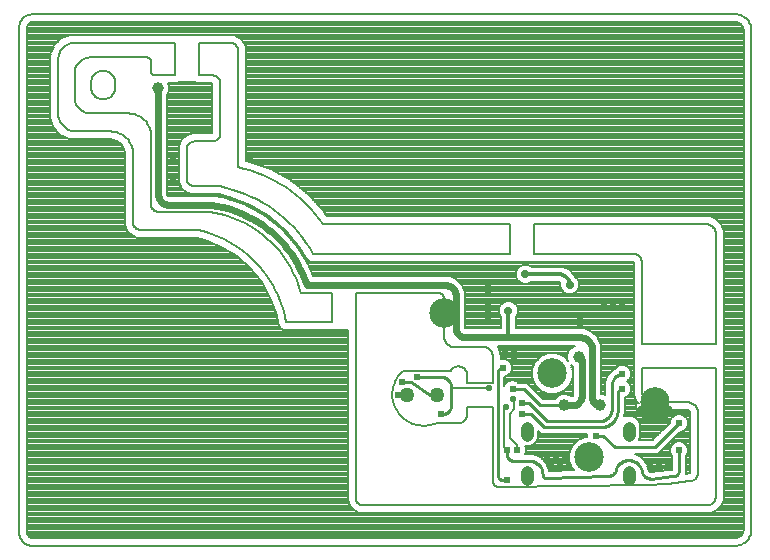
<source format=gbl>
G75*
G70*
%OFA0B0*%
%FSLAX24Y24*%
%IPPOS*%
%LPD*%
%AMOC8*
5,1,8,0,0,1.08239X$1,22.5*
%
%ADD10C,0.0050*%
%ADD11C,0.0004*%
%ADD12C,0.0433*%
%ADD13C,0.0500*%
%ADD14C,0.0984*%
%ADD15C,0.0080*%
%ADD16C,0.0240*%
%ADD17C,0.0400*%
%ADD18C,0.0100*%
%ADD19C,0.0220*%
%ADD20C,0.0390*%
%ADD21C,0.0240*%
%ADD22C,0.0280*%
%ADD23C,0.0140*%
D10*
X000929Y000534D02*
X024328Y000534D01*
X024327Y000533D02*
X024374Y000530D01*
X024420Y000531D01*
X024466Y000536D01*
X024512Y000544D01*
X024556Y000557D01*
X024600Y000573D01*
X024642Y000592D01*
X024682Y000615D01*
X024720Y000641D01*
X024756Y000671D01*
X024790Y000703D01*
X024821Y000737D01*
X024848Y000775D01*
X024873Y000814D01*
X024894Y000855D01*
X024912Y000898D01*
X024926Y000942D01*
X024936Y000987D01*
X024943Y001033D01*
X024943Y001034D02*
X024943Y017752D01*
X024943Y017753D02*
X024936Y017798D01*
X024926Y017844D01*
X024911Y017888D01*
X024894Y017930D01*
X024872Y017971D01*
X024848Y018011D01*
X024820Y018048D01*
X024789Y018082D01*
X024756Y018114D01*
X024720Y018143D01*
X024682Y018170D01*
X024641Y018192D01*
X024599Y018212D01*
X024556Y018228D01*
X024511Y018240D01*
X024466Y018248D01*
X024420Y018253D01*
X024374Y018254D01*
X024327Y018251D01*
X024328Y018250D02*
X000929Y018250D01*
X000930Y018250D02*
X000889Y018243D01*
X000849Y018233D01*
X000809Y018219D01*
X000772Y018201D01*
X000736Y018180D01*
X000702Y018156D01*
X000671Y018129D01*
X000642Y018099D01*
X000616Y018066D01*
X000593Y018032D01*
X000574Y017995D01*
X000558Y017956D01*
X000546Y017917D01*
X000537Y017876D01*
X000532Y017835D01*
X000531Y017793D01*
X000534Y017752D01*
X000534Y001034D01*
X000531Y000993D01*
X000532Y000951D01*
X000537Y000910D01*
X000545Y000869D01*
X000558Y000829D01*
X000574Y000791D01*
X000593Y000754D01*
X000616Y000719D01*
X000642Y000686D01*
X000670Y000656D01*
X000702Y000629D01*
X000736Y000604D01*
X000772Y000583D01*
X000809Y000565D01*
X000848Y000551D01*
X000889Y000541D01*
X000930Y000534D01*
X009437Y007981D02*
X009399Y008165D01*
X009352Y008348D01*
X009296Y008528D01*
X009232Y008705D01*
X009159Y008878D01*
X009077Y009048D01*
X008988Y009214D01*
X008890Y009375D01*
X008785Y009532D01*
X008672Y009683D01*
X008552Y009828D01*
X008425Y009967D01*
X008291Y010100D01*
X008151Y010226D01*
X008005Y010345D01*
X007854Y010457D01*
X007697Y010562D01*
X007535Y010659D01*
X007369Y010747D01*
X007199Y010828D01*
X007025Y010900D01*
X006847Y010964D01*
X006667Y011019D01*
X006484Y011065D01*
X004578Y011065D01*
X004548Y011067D01*
X004518Y011072D01*
X004489Y011081D01*
X004462Y011094D01*
X004436Y011109D01*
X004412Y011128D01*
X004391Y011149D01*
X004372Y011173D01*
X004357Y011199D01*
X004344Y011226D01*
X004335Y011255D01*
X004330Y011285D01*
X004328Y011315D01*
X004328Y013595D01*
X004326Y013649D01*
X004320Y013702D01*
X004311Y013754D01*
X004298Y013806D01*
X004281Y013857D01*
X004260Y013907D01*
X004236Y013954D01*
X004209Y014000D01*
X004178Y014044D01*
X004145Y014086D01*
X004108Y014125D01*
X004069Y014162D01*
X004027Y014195D01*
X003983Y014226D01*
X003937Y014253D01*
X003890Y014277D01*
X003840Y014298D01*
X003789Y014315D01*
X003737Y014328D01*
X003685Y014337D01*
X003632Y014343D01*
X003578Y014345D01*
X002387Y014345D01*
X002341Y014350D01*
X002296Y014359D01*
X002251Y014371D01*
X002207Y014386D01*
X002165Y014405D01*
X002124Y014428D01*
X002085Y014453D01*
X002048Y014481D01*
X002014Y014512D01*
X001982Y014546D01*
X001953Y014582D01*
X001927Y014621D01*
X001903Y014661D01*
X001884Y014703D01*
X001867Y014746D01*
X001854Y014791D01*
X001844Y014836D01*
X001838Y014882D01*
X001836Y014928D01*
X001837Y014975D01*
X001837Y016756D01*
X001839Y016801D01*
X001845Y016847D01*
X001854Y016891D01*
X001867Y016935D01*
X001883Y016977D01*
X001903Y017018D01*
X001927Y017057D01*
X001953Y017094D01*
X001982Y017129D01*
X002014Y017161D01*
X002049Y017190D01*
X002086Y017216D01*
X002125Y017240D01*
X002166Y017260D01*
X002208Y017276D01*
X002252Y017289D01*
X002296Y017298D01*
X002342Y017304D01*
X002387Y017306D01*
X005733Y017306D01*
X005733Y016215D01*
X005078Y016215D01*
X005055Y016217D01*
X005032Y016222D01*
X005010Y016231D01*
X004990Y016244D01*
X004972Y016259D01*
X004957Y016277D01*
X004944Y016297D01*
X004935Y016319D01*
X004930Y016342D01*
X004928Y016365D01*
X004928Y016665D01*
X004926Y016688D01*
X004921Y016711D01*
X004912Y016733D01*
X004899Y016753D01*
X004884Y016771D01*
X004866Y016786D01*
X004846Y016799D01*
X004824Y016808D01*
X004801Y016813D01*
X004778Y016815D01*
X002928Y016815D01*
X002883Y016813D01*
X002837Y016807D01*
X002793Y016798D01*
X002749Y016785D01*
X002707Y016769D01*
X002666Y016749D01*
X002627Y016725D01*
X002590Y016699D01*
X002555Y016670D01*
X002523Y016638D01*
X002494Y016603D01*
X002468Y016566D01*
X002444Y016527D01*
X002424Y016486D01*
X002408Y016444D01*
X002395Y016400D01*
X002386Y016356D01*
X002380Y016310D01*
X002378Y016265D01*
X002378Y015495D01*
X002380Y015450D01*
X002386Y015404D01*
X002395Y015360D01*
X002408Y015316D01*
X002424Y015274D01*
X002444Y015233D01*
X002468Y015194D01*
X002494Y015157D01*
X002523Y015122D01*
X002555Y015090D01*
X002590Y015061D01*
X002627Y015035D01*
X002666Y015011D01*
X002707Y014991D01*
X002749Y014975D01*
X002793Y014962D01*
X002837Y014953D01*
X002883Y014947D01*
X002928Y014945D01*
X004178Y014945D01*
X004232Y014943D01*
X004285Y014937D01*
X004337Y014928D01*
X004389Y014915D01*
X004440Y014898D01*
X004490Y014877D01*
X004537Y014853D01*
X004583Y014826D01*
X004627Y014795D01*
X004669Y014762D01*
X004708Y014725D01*
X004745Y014686D01*
X004778Y014644D01*
X004809Y014600D01*
X004836Y014554D01*
X004860Y014507D01*
X004881Y014457D01*
X004898Y014406D01*
X004911Y014354D01*
X004920Y014302D01*
X004926Y014249D01*
X004928Y014195D01*
X004928Y011915D01*
X004930Y011885D01*
X004935Y011855D01*
X004944Y011826D01*
X004957Y011799D01*
X004972Y011773D01*
X004991Y011749D01*
X005012Y011728D01*
X005036Y011709D01*
X005062Y011694D01*
X005089Y011681D01*
X005118Y011672D01*
X005148Y011667D01*
X005178Y011665D01*
X006878Y011665D01*
X007228Y012515D02*
X006378Y012515D01*
X006348Y012517D01*
X006318Y012522D01*
X006289Y012531D01*
X006262Y012544D01*
X006236Y012559D01*
X006212Y012578D01*
X006191Y012599D01*
X006172Y012623D01*
X006157Y012649D01*
X006144Y012676D01*
X006135Y012705D01*
X006130Y012735D01*
X006128Y012765D01*
X006128Y013765D01*
X006130Y013795D01*
X006135Y013825D01*
X006144Y013854D01*
X006157Y013881D01*
X006172Y013907D01*
X006191Y013931D01*
X006212Y013952D01*
X006236Y013971D01*
X006262Y013986D01*
X006289Y013999D01*
X006318Y014008D01*
X006348Y014013D01*
X006378Y014015D01*
X006978Y014015D01*
X007008Y014017D01*
X007038Y014022D01*
X007067Y014031D01*
X007094Y014044D01*
X007120Y014059D01*
X007144Y014078D01*
X007165Y014099D01*
X007184Y014123D01*
X007199Y014149D01*
X007212Y014176D01*
X007221Y014205D01*
X007226Y014235D01*
X007228Y014265D01*
X007228Y015965D01*
X007226Y015995D01*
X007221Y016025D01*
X007212Y016054D01*
X007199Y016081D01*
X007184Y016107D01*
X007165Y016131D01*
X007144Y016152D01*
X007120Y016171D01*
X007094Y016186D01*
X007067Y016199D01*
X007038Y016208D01*
X007008Y016213D01*
X006978Y016215D01*
X006521Y016215D01*
X006521Y017306D01*
X007568Y017306D01*
X007569Y017306D02*
X007599Y017304D01*
X007628Y017299D01*
X007657Y017291D01*
X007684Y017279D01*
X007710Y017263D01*
X007734Y017245D01*
X007755Y017224D01*
X007774Y017201D01*
X007790Y017175D01*
X007802Y017148D01*
X007811Y017119D01*
X007817Y017090D01*
X007819Y017060D01*
X007818Y017060D02*
X007818Y013156D01*
X010657Y011256D02*
X016908Y011256D01*
X016908Y010259D01*
X010328Y010259D01*
X009928Y008965D02*
X010960Y008965D01*
X010960Y007981D01*
X009437Y007981D01*
X011747Y008965D02*
X011747Y002142D01*
X011747Y002141D02*
X011748Y002112D01*
X011752Y002083D01*
X011760Y002054D01*
X011771Y002027D01*
X011786Y002001D01*
X011803Y001977D01*
X011823Y001955D01*
X011846Y001936D01*
X011871Y001920D01*
X011897Y001907D01*
X011925Y001897D01*
X011954Y001891D01*
X011984Y001888D01*
X011983Y001888D02*
X023464Y001888D01*
X023497Y001890D01*
X023530Y001896D01*
X023562Y001905D01*
X023592Y001918D01*
X023621Y001935D01*
X023648Y001954D01*
X023673Y001976D01*
X023695Y002001D01*
X023714Y002028D01*
X023730Y002058D01*
X023742Y002088D01*
X023751Y002120D01*
X023756Y002153D01*
X023758Y002186D01*
X023758Y006464D01*
X021278Y006464D01*
X021278Y005715D01*
X021282Y005676D01*
X021290Y005637D01*
X021301Y005600D01*
X021315Y005563D01*
X021333Y005528D01*
X021355Y005495D01*
X021379Y005464D01*
X021406Y005435D01*
X021435Y005409D01*
X021467Y005386D01*
X021500Y005365D01*
X021536Y005348D01*
X021573Y005334D01*
X021611Y005324D01*
X021649Y005317D01*
X021689Y005314D01*
X021728Y005315D01*
X022828Y005315D01*
X022827Y005316D02*
X022863Y005311D01*
X022899Y005303D01*
X022933Y005291D01*
X022967Y005276D01*
X022998Y005258D01*
X023028Y005237D01*
X023055Y005213D01*
X023080Y005186D01*
X023102Y005157D01*
X023121Y005126D01*
X023137Y005094D01*
X023150Y005059D01*
X023160Y005024D01*
X023166Y004988D01*
X023168Y004952D01*
X023167Y004916D01*
X023167Y004915D02*
X023167Y002977D01*
X023165Y002944D01*
X023160Y002912D01*
X023151Y002880D01*
X023138Y002849D01*
X023122Y002821D01*
X023103Y002794D01*
X023081Y002769D01*
X023056Y002747D01*
X023029Y002728D01*
X023001Y002712D01*
X022970Y002699D01*
X022938Y002690D01*
X022906Y002685D01*
X022873Y002683D01*
X021424Y002565D02*
X016564Y002479D01*
X016534Y002481D01*
X016504Y002486D01*
X016475Y002495D01*
X016448Y002508D01*
X016422Y002523D01*
X016398Y002542D01*
X016377Y002563D01*
X016358Y002587D01*
X016343Y002613D01*
X016330Y002640D01*
X016321Y002669D01*
X016316Y002699D01*
X016314Y002729D01*
X016314Y005167D01*
X015468Y005167D01*
X015468Y004899D01*
X015463Y004867D01*
X015455Y004835D01*
X015443Y004805D01*
X015428Y004776D01*
X015410Y004749D01*
X015389Y004724D01*
X015365Y004701D01*
X015339Y004682D01*
X015311Y004665D01*
X015281Y004652D01*
X015250Y004642D01*
X015218Y004636D01*
X015186Y004633D01*
X015153Y004634D01*
X014444Y004634D01*
X014386Y004609D01*
X014326Y004587D01*
X014265Y004570D01*
X014203Y004556D01*
X014141Y004546D01*
X014078Y004539D01*
X014014Y004537D01*
X013951Y004539D01*
X013887Y004544D01*
X013825Y004553D01*
X013763Y004566D01*
X013701Y004583D01*
X013641Y004604D01*
X013583Y004628D01*
X013526Y004656D01*
X013470Y004687D01*
X013417Y004721D01*
X013366Y004759D01*
X013317Y004800D01*
X013271Y004844D01*
X013228Y004890D01*
X013188Y004939D01*
X013150Y004990D01*
X013116Y005044D01*
X013086Y005099D01*
X013058Y005157D01*
X013035Y005216D01*
X013015Y005276D01*
X012998Y005337D01*
X012986Y005399D01*
X012977Y005462D01*
X012972Y005525D01*
X012971Y005589D01*
X012974Y005652D01*
X012981Y005715D01*
X012991Y005778D01*
X013006Y005840D01*
X013024Y005901D01*
X013046Y005960D01*
X013072Y006018D01*
X013101Y006075D01*
X013133Y006129D01*
X013169Y006182D01*
X013208Y006232D01*
X013249Y006280D01*
X013294Y006325D01*
X013341Y006367D01*
X013342Y006367D02*
X014917Y006367D01*
X014916Y006367D02*
X014935Y006395D01*
X014956Y006421D01*
X014980Y006444D01*
X015007Y006464D01*
X015036Y006481D01*
X015067Y006495D01*
X015099Y006505D01*
X015132Y006511D01*
X015165Y006514D01*
X015199Y006513D01*
X015232Y006508D01*
X015264Y006499D01*
X015296Y006487D01*
X015325Y006471D01*
X015353Y006452D01*
X015378Y006430D01*
X015401Y006406D01*
X015421Y006378D01*
X015437Y006349D01*
X015450Y006318D01*
X015460Y006286D01*
X015466Y006253D01*
X015468Y006220D01*
X015468Y005956D01*
X016314Y005956D01*
X016314Y006881D01*
X016314Y006880D02*
X016310Y006913D01*
X016303Y006944D01*
X016293Y006975D01*
X016279Y007005D01*
X016262Y007032D01*
X016242Y007058D01*
X016219Y007081D01*
X016193Y007101D01*
X016166Y007119D01*
X016137Y007133D01*
X016106Y007144D01*
X016074Y007152D01*
X016042Y007155D01*
X016010Y007156D01*
X016009Y007156D02*
X015014Y007156D01*
X014979Y007160D01*
X014944Y007169D01*
X014910Y007180D01*
X014878Y007195D01*
X014847Y007214D01*
X014819Y007236D01*
X014793Y007260D01*
X014770Y007287D01*
X014749Y007316D01*
X014732Y007348D01*
X014718Y007381D01*
X014708Y007415D01*
X014701Y007450D01*
X014698Y007485D01*
X014699Y007521D01*
X014699Y008765D01*
X014700Y008765D02*
X014697Y008792D01*
X014690Y008819D01*
X014680Y008845D01*
X014666Y008869D01*
X014650Y008891D01*
X014630Y008911D01*
X014609Y008928D01*
X014585Y008942D01*
X014560Y008953D01*
X014533Y008960D01*
X014506Y008964D01*
X014478Y008965D01*
X011747Y008965D01*
X010657Y011256D02*
X010530Y011434D01*
X010394Y011605D01*
X010250Y011770D01*
X010099Y011928D01*
X009940Y012078D01*
X009774Y012221D01*
X009601Y012356D01*
X009422Y012482D01*
X009238Y012599D01*
X009047Y012707D01*
X008852Y012806D01*
X008653Y012896D01*
X008449Y012976D01*
X008242Y013046D01*
X008031Y013106D01*
X007818Y013156D01*
X003728Y015815D02*
X003728Y015965D01*
X003726Y016004D01*
X003720Y016043D01*
X003711Y016081D01*
X003698Y016118D01*
X003681Y016154D01*
X003661Y016187D01*
X003637Y016219D01*
X003611Y016248D01*
X003582Y016274D01*
X003550Y016298D01*
X003517Y016318D01*
X003481Y016335D01*
X003444Y016348D01*
X003406Y016357D01*
X003367Y016363D01*
X003328Y016365D01*
X003289Y016363D01*
X003250Y016357D01*
X003212Y016348D01*
X003175Y016335D01*
X003139Y016318D01*
X003106Y016298D01*
X003074Y016274D01*
X003045Y016248D01*
X003019Y016219D01*
X002995Y016187D01*
X002975Y016154D01*
X002958Y016118D01*
X002945Y016081D01*
X002936Y016043D01*
X002930Y016004D01*
X002928Y015965D01*
X002928Y015815D01*
X002930Y015776D01*
X002936Y015737D01*
X002945Y015699D01*
X002958Y015662D01*
X002975Y015626D01*
X002995Y015593D01*
X003019Y015561D01*
X003045Y015532D01*
X003074Y015506D01*
X003106Y015482D01*
X003139Y015462D01*
X003175Y015445D01*
X003212Y015432D01*
X003250Y015423D01*
X003289Y015417D01*
X003328Y015415D01*
X003367Y015417D01*
X003406Y015423D01*
X003444Y015432D01*
X003481Y015445D01*
X003517Y015462D01*
X003550Y015482D01*
X003582Y015506D01*
X003611Y015532D01*
X003637Y015561D01*
X003661Y015593D01*
X003681Y015626D01*
X003698Y015662D01*
X003711Y015699D01*
X003720Y015737D01*
X003726Y015776D01*
X003728Y015815D01*
X007228Y012515D02*
X007443Y012468D01*
X007655Y012410D01*
X007864Y012342D01*
X008070Y012264D01*
X008271Y012176D01*
X008469Y012079D01*
X008661Y011972D01*
X008847Y011856D01*
X009028Y011730D01*
X009203Y011597D01*
X009371Y011455D01*
X009532Y011305D01*
X009685Y011147D01*
X009831Y010983D01*
X009968Y010811D01*
X010097Y010633D01*
X010217Y010449D01*
X010328Y010259D01*
X009928Y008965D02*
X009877Y009137D01*
X009818Y009307D01*
X009751Y009474D01*
X009675Y009637D01*
X009592Y009797D01*
X009501Y009952D01*
X009403Y010102D01*
X009298Y010248D01*
X009185Y010388D01*
X009066Y010523D01*
X008941Y010652D01*
X008809Y010774D01*
X008671Y010890D01*
X008528Y010999D01*
X008380Y011101D01*
X008227Y011195D01*
X008070Y011282D01*
X007909Y011362D01*
X007744Y011433D01*
X007576Y011496D01*
X007404Y011551D01*
X007231Y011598D01*
X007055Y011636D01*
X006878Y011665D01*
X017695Y011256D02*
X017695Y010259D01*
X021028Y010259D01*
X021058Y010258D01*
X021087Y010253D01*
X021116Y010244D01*
X021143Y010232D01*
X021169Y010217D01*
X021192Y010199D01*
X021214Y010178D01*
X021232Y010155D01*
X021248Y010130D01*
X021261Y010103D01*
X021270Y010074D01*
X021276Y010045D01*
X021278Y010015D01*
X021278Y007252D01*
X023758Y007252D01*
X023758Y010915D01*
X023757Y010916D02*
X023756Y010951D01*
X023751Y010985D01*
X023742Y011019D01*
X023730Y011052D01*
X023715Y011084D01*
X023696Y011114D01*
X023674Y011141D01*
X023650Y011166D01*
X023623Y011189D01*
X023594Y011208D01*
X023563Y011225D01*
X023531Y011238D01*
X023497Y011248D01*
X023462Y011254D01*
X023427Y011256D01*
X023428Y011256D02*
X017695Y011256D01*
X021424Y002565D02*
X022150Y002608D01*
X022873Y002683D01*
D11*
X020956Y002742D02*
X020956Y002986D01*
X020955Y002986D02*
X020953Y003006D01*
X020948Y003025D01*
X020939Y003043D01*
X020927Y003059D01*
X020912Y003072D01*
X020895Y003083D01*
X020877Y003090D01*
X020857Y003094D01*
X020837Y003094D01*
X020817Y003090D01*
X020799Y003083D01*
X020782Y003072D01*
X020767Y003059D01*
X020755Y003043D01*
X020746Y003025D01*
X020741Y003006D01*
X020739Y002986D01*
X020739Y002742D01*
X020741Y002722D01*
X020746Y002703D01*
X020755Y002685D01*
X020767Y002669D01*
X020782Y002656D01*
X020799Y002645D01*
X020817Y002638D01*
X020837Y002634D01*
X020857Y002634D01*
X020877Y002638D01*
X020895Y002645D01*
X020912Y002656D01*
X020927Y002669D01*
X020939Y002685D01*
X020948Y002703D01*
X020953Y002722D01*
X020955Y002742D01*
X020956Y004238D02*
X020956Y004483D01*
X020955Y004483D02*
X020953Y004503D01*
X020948Y004522D01*
X020939Y004540D01*
X020927Y004556D01*
X020912Y004569D01*
X020895Y004580D01*
X020877Y004587D01*
X020857Y004591D01*
X020837Y004591D01*
X020817Y004587D01*
X020799Y004580D01*
X020782Y004569D01*
X020767Y004556D01*
X020755Y004540D01*
X020746Y004522D01*
X020741Y004503D01*
X020739Y004483D01*
X020739Y004238D01*
X020741Y004218D01*
X020746Y004199D01*
X020755Y004181D01*
X020767Y004165D01*
X020782Y004152D01*
X020799Y004141D01*
X020817Y004134D01*
X020837Y004130D01*
X020857Y004130D01*
X020877Y004134D01*
X020895Y004141D01*
X020912Y004152D01*
X020927Y004165D01*
X020939Y004181D01*
X020948Y004199D01*
X020953Y004218D01*
X020955Y004238D01*
X017554Y004238D02*
X017554Y004483D01*
X017552Y004503D01*
X017547Y004522D01*
X017538Y004540D01*
X017526Y004556D01*
X017511Y004569D01*
X017494Y004580D01*
X017476Y004587D01*
X017456Y004591D01*
X017436Y004591D01*
X017416Y004587D01*
X017398Y004580D01*
X017381Y004569D01*
X017366Y004556D01*
X017354Y004540D01*
X017345Y004522D01*
X017340Y004503D01*
X017338Y004483D01*
X017338Y004238D01*
X017340Y004218D01*
X017345Y004199D01*
X017354Y004181D01*
X017366Y004165D01*
X017381Y004152D01*
X017398Y004141D01*
X017416Y004134D01*
X017436Y004130D01*
X017456Y004130D01*
X017476Y004134D01*
X017494Y004141D01*
X017511Y004152D01*
X017526Y004165D01*
X017538Y004181D01*
X017547Y004199D01*
X017552Y004218D01*
X017554Y004238D01*
X017554Y002986D02*
X017554Y002742D01*
X017552Y002722D01*
X017547Y002703D01*
X017538Y002685D01*
X017526Y002669D01*
X017511Y002656D01*
X017494Y002645D01*
X017476Y002638D01*
X017456Y002634D01*
X017436Y002634D01*
X017416Y002638D01*
X017398Y002645D01*
X017381Y002656D01*
X017366Y002669D01*
X017354Y002685D01*
X017345Y002703D01*
X017340Y002722D01*
X017338Y002742D01*
X017338Y002986D01*
X017340Y003006D01*
X017345Y003025D01*
X017354Y003043D01*
X017366Y003059D01*
X017381Y003072D01*
X017398Y003083D01*
X017416Y003090D01*
X017436Y003094D01*
X017456Y003094D01*
X017476Y003090D01*
X017494Y003083D01*
X017511Y003072D01*
X017526Y003059D01*
X017538Y003043D01*
X017547Y003025D01*
X017552Y003006D01*
X017554Y002986D01*
D12*
X017446Y002744D02*
X017446Y002744D01*
X017446Y002980D01*
X017446Y002980D01*
X017446Y002744D01*
X017446Y004241D02*
X017446Y004241D01*
X017446Y004477D01*
X017446Y004477D01*
X017446Y004241D01*
X020847Y004241D02*
X020847Y004241D01*
X020847Y004477D01*
X020847Y004477D01*
X020847Y004241D01*
X020847Y002744D02*
X020847Y002744D01*
X020847Y002980D01*
X020847Y002980D01*
X020847Y002744D01*
D13*
X014468Y005547D03*
X013468Y005547D03*
D14*
X014710Y008279D03*
X018308Y006278D03*
X021725Y005319D03*
X019538Y003495D03*
D15*
X018917Y003752D02*
X017428Y003752D01*
X017428Y003795D02*
X017428Y003676D01*
X017395Y003595D01*
X017663Y003595D01*
X017913Y003492D01*
X017913Y003492D01*
X018104Y003300D01*
X018104Y003300D01*
X018208Y003050D01*
X018208Y003020D01*
X019030Y003052D01*
X018968Y003114D01*
X018866Y003362D01*
X018866Y003629D01*
X018968Y003876D01*
X019157Y004065D01*
X019404Y004167D01*
X019445Y004167D01*
X019445Y004254D01*
X017938Y004254D01*
X017842Y004350D01*
X017842Y004162D01*
X017782Y004016D01*
X017670Y003904D01*
X017525Y003844D01*
X017407Y003844D01*
X017428Y003795D01*
X017413Y003831D02*
X018949Y003831D01*
X019001Y003909D02*
X017675Y003909D01*
X017754Y003988D02*
X019080Y003988D01*
X019160Y004066D02*
X017803Y004066D01*
X017835Y004145D02*
X019350Y004145D01*
X019445Y004223D02*
X017842Y004223D01*
X017842Y004302D02*
X017890Y004302D01*
X017427Y003674D02*
X018884Y003674D01*
X018866Y003595D02*
X017395Y003595D01*
X017128Y003735D02*
X017128Y003885D01*
X016878Y004135D01*
X016878Y004928D01*
X017034Y005084D01*
X017034Y005359D01*
X016978Y005415D01*
X016748Y005165D02*
X016678Y005095D01*
X016678Y003835D01*
X016778Y003735D01*
X017853Y003517D02*
X018866Y003517D01*
X018866Y003438D02*
X017966Y003438D01*
X018045Y003360D02*
X018866Y003360D01*
X018899Y003281D02*
X018112Y003281D01*
X018145Y003203D02*
X018931Y003203D01*
X018964Y003124D02*
X018177Y003124D01*
X018208Y003046D02*
X018868Y003046D01*
X021072Y003585D02*
X021823Y003585D01*
X021958Y003720D01*
X022553Y004315D01*
X022587Y004315D01*
X022698Y004361D01*
X022782Y004445D01*
X022828Y004556D01*
X022828Y004675D01*
X022782Y004785D01*
X022698Y004870D01*
X022587Y004915D01*
X022468Y004915D01*
X022358Y004870D01*
X022273Y004785D01*
X022228Y004675D01*
X022228Y004640D01*
X021633Y004045D01*
X021196Y004045D01*
X021244Y004162D01*
X021244Y004556D01*
X021184Y004701D01*
X021072Y004813D01*
X020926Y004873D01*
X020769Y004873D01*
X020697Y004844D01*
X020707Y004864D01*
X020710Y004934D01*
X020714Y004938D01*
X020714Y005029D01*
X020718Y005119D01*
X020714Y005123D01*
X020714Y005471D01*
X020804Y005508D01*
X020888Y005593D01*
X020934Y005703D01*
X020934Y005822D01*
X020888Y005932D01*
X020808Y006012D01*
X020888Y006093D01*
X020934Y006203D01*
X020934Y006322D01*
X020888Y006432D01*
X020804Y006517D01*
X020693Y006562D01*
X020574Y006562D01*
X020464Y006517D01*
X020379Y006432D01*
X020376Y006423D01*
X020282Y006377D01*
X020123Y006196D01*
X020123Y006196D01*
X020046Y005967D01*
X020054Y005855D01*
X020054Y005557D01*
X019980Y005587D01*
X019934Y005587D01*
X019934Y007223D01*
X019827Y007480D01*
X019827Y007480D01*
X019630Y007677D01*
X021013Y007677D01*
X021013Y007599D02*
X019709Y007599D01*
X019787Y007520D02*
X021013Y007520D01*
X021013Y007442D02*
X019843Y007442D01*
X019876Y007363D02*
X021013Y007363D01*
X021013Y007285D02*
X019908Y007285D01*
X019934Y007206D02*
X021013Y007206D01*
X021013Y007200D02*
X021017Y007190D01*
X021017Y006527D01*
X021013Y006517D01*
X021013Y005760D01*
X021010Y005752D01*
X021013Y005707D01*
X021013Y005662D01*
X021016Y005655D01*
X021021Y005562D01*
X021098Y005403D01*
X021093Y005368D01*
X021093Y005359D01*
X021120Y005359D01*
X021141Y005315D01*
X021182Y005279D01*
X021093Y005279D01*
X021093Y005269D01*
X021109Y005171D01*
X021139Y005076D01*
X021184Y004987D01*
X021243Y004907D01*
X021313Y004836D01*
X021394Y004778D01*
X021482Y004733D01*
X021577Y004702D01*
X021675Y004686D01*
X021685Y004686D01*
X021685Y005047D01*
X021736Y005050D01*
X021765Y005050D01*
X021765Y004686D01*
X021775Y004686D01*
X021873Y004702D01*
X021968Y004733D01*
X022056Y004778D01*
X022137Y004836D01*
X022207Y004907D01*
X022266Y004987D01*
X022298Y005050D01*
X022811Y005050D01*
X022827Y005047D01*
X022863Y005028D01*
X022890Y004997D01*
X022902Y004959D01*
X022902Y004926D01*
X022899Y004884D01*
X022902Y004874D01*
X022902Y002977D01*
X022902Y002971D01*
X022897Y002961D01*
X022889Y002953D01*
X022887Y002952D01*
X022857Y002948D01*
X022821Y002948D01*
X022808Y002942D01*
X022753Y002937D01*
X022758Y002945D01*
X022758Y003521D01*
X022782Y003545D01*
X022828Y003656D01*
X022828Y003775D01*
X022782Y003885D01*
X022698Y003970D01*
X022587Y004015D01*
X022468Y004015D01*
X022358Y003970D01*
X022273Y003885D01*
X022228Y003775D01*
X022228Y003656D01*
X022273Y003545D01*
X022298Y003521D01*
X022298Y003075D01*
X022297Y003075D01*
X022213Y003075D01*
X022203Y003066D01*
X021577Y003005D01*
X021566Y003006D01*
X021541Y003016D01*
X021522Y003033D01*
X021525Y003040D01*
X021507Y003103D01*
X021504Y003168D01*
X021480Y003191D01*
X021458Y003266D01*
X021277Y003482D01*
X021277Y003482D01*
X021277Y003482D01*
X021072Y003585D01*
X021208Y003517D02*
X022298Y003517D01*
X022298Y003438D02*
X021314Y003438D01*
X021379Y003360D02*
X022298Y003360D01*
X022298Y003281D02*
X021445Y003281D01*
X021458Y003266D02*
X021458Y003266D01*
X021477Y003203D02*
X022298Y003203D01*
X022298Y003124D02*
X021506Y003124D01*
X021524Y003046D02*
X021993Y003046D01*
X021833Y003595D02*
X022253Y003595D01*
X022228Y003674D02*
X021912Y003674D01*
X021990Y003752D02*
X022228Y003752D01*
X022251Y003831D02*
X022069Y003831D01*
X022147Y003909D02*
X022298Y003909D01*
X022226Y003988D02*
X022402Y003988D01*
X022304Y004066D02*
X022902Y004066D01*
X022902Y003988D02*
X022654Y003988D01*
X022758Y003909D02*
X022902Y003909D01*
X022902Y003831D02*
X022805Y003831D01*
X022828Y003752D02*
X022902Y003752D01*
X022902Y003674D02*
X022828Y003674D01*
X022803Y003595D02*
X022902Y003595D01*
X022902Y003517D02*
X022758Y003517D01*
X022758Y003438D02*
X022902Y003438D01*
X022902Y003360D02*
X022758Y003360D01*
X022758Y003281D02*
X022902Y003281D01*
X022902Y003203D02*
X022758Y003203D01*
X022758Y003124D02*
X022902Y003124D01*
X022902Y003046D02*
X022758Y003046D01*
X022758Y002967D02*
X022900Y002967D01*
X022758Y002945D02*
X022758Y002945D01*
X024023Y002967D02*
X024678Y002967D01*
X024678Y002889D02*
X024023Y002889D01*
X024023Y002810D02*
X024678Y002810D01*
X024678Y002732D02*
X024023Y002732D01*
X024023Y002653D02*
X024678Y002653D01*
X024678Y002575D02*
X024023Y002575D01*
X024023Y002496D02*
X024678Y002496D01*
X024678Y002418D02*
X024023Y002418D01*
X024023Y002339D02*
X024678Y002339D01*
X024678Y002261D02*
X024023Y002261D01*
X024023Y002187D02*
X024023Y006375D01*
X024027Y006379D01*
X024027Y007337D01*
X024023Y007342D01*
X024023Y010913D01*
X024025Y011030D01*
X023937Y011252D01*
X023937Y011252D01*
X023771Y011424D01*
X023771Y011424D01*
X023551Y011519D01*
X023483Y011520D01*
X023481Y011521D01*
X023430Y011521D01*
X023379Y011522D01*
X023377Y011521D01*
X017775Y011521D01*
X016817Y011521D01*
X016817Y011521D01*
X010798Y011521D01*
X010668Y011712D01*
X010161Y012255D01*
X009578Y012714D01*
X008931Y013078D01*
X008236Y013339D01*
X008236Y013339D01*
X008083Y013371D01*
X008083Y017009D01*
X008084Y017010D01*
X008083Y017061D01*
X008083Y017113D01*
X008083Y017114D01*
X008082Y017200D01*
X007943Y017437D01*
X007943Y017437D01*
X007943Y017437D01*
X007703Y017572D01*
X007567Y017571D01*
X006468Y017571D01*
X006463Y017569D01*
X005791Y017569D01*
X005786Y017571D01*
X002225Y017571D01*
X001926Y017447D01*
X001926Y017447D01*
X001696Y017217D01*
X001572Y016918D01*
X001572Y014984D01*
X001561Y014823D01*
X001670Y014500D01*
X001894Y014243D01*
X002200Y014092D01*
X002326Y014084D01*
X002335Y014080D01*
X002378Y014080D01*
X002422Y014077D01*
X002431Y014080D01*
X003578Y014080D01*
X003654Y014074D01*
X003798Y014027D01*
X003921Y013938D01*
X004010Y013815D01*
X004057Y013671D01*
X004063Y013595D01*
X004063Y011213D01*
X004141Y011023D01*
X004286Y010879D01*
X004286Y010879D01*
X004475Y010800D01*
X006450Y010800D01*
X006716Y010728D01*
X007272Y010500D01*
X007783Y010182D01*
X008233Y009784D01*
X008612Y009317D01*
X008907Y008793D01*
X009111Y008227D01*
X000799Y008227D01*
X000799Y008305D02*
X009083Y008305D01*
X009111Y008227D02*
X009172Y007953D01*
X009172Y007928D01*
X009182Y007906D01*
X009186Y007882D01*
X009202Y007858D01*
X009213Y007831D01*
X009230Y007814D01*
X009243Y007793D01*
X009267Y007777D01*
X009287Y007756D01*
X009310Y007747D01*
X009330Y007733D01*
X009358Y007727D01*
X009385Y007716D01*
X009409Y007716D01*
X009433Y007711D01*
X009461Y007716D01*
X011012Y007716D01*
X011013Y007716D01*
X011482Y007716D01*
X011482Y002146D01*
X011478Y002049D01*
X011550Y001859D01*
X011688Y001711D01*
X011873Y001627D01*
X011926Y001625D01*
X011931Y001623D01*
X011979Y001623D01*
X012027Y001621D01*
X012031Y001623D01*
X023412Y001623D01*
X023413Y001623D01*
X023465Y001623D01*
X023517Y001623D01*
X023518Y001623D01*
X023578Y001624D01*
X023783Y001711D01*
X023940Y001870D01*
X024024Y002076D01*
X024023Y002187D01*
X024023Y002182D02*
X024678Y002182D01*
X024678Y002104D02*
X024023Y002104D01*
X024024Y002076D02*
X024024Y002076D01*
X024003Y002025D02*
X024678Y002025D01*
X024678Y001947D02*
X023971Y001947D01*
X023940Y001870D02*
X023940Y001870D01*
X023938Y001868D02*
X024678Y001868D01*
X024678Y001790D02*
X023861Y001790D01*
X023783Y001711D02*
X024678Y001711D01*
X024678Y001633D02*
X023598Y001633D01*
X023578Y001624D02*
X023578Y001624D01*
X023783Y001711D02*
X023783Y001711D01*
X024678Y001554D02*
X000799Y001554D01*
X000799Y001476D02*
X024678Y001476D01*
X024678Y001397D02*
X000799Y001397D01*
X000799Y001319D02*
X024678Y001319D01*
X024678Y001240D02*
X000799Y001240D01*
X000799Y001162D02*
X024678Y001162D01*
X024678Y001083D02*
X000799Y001083D01*
X000799Y001071D02*
X000799Y017715D01*
X000803Y017730D01*
X000799Y017767D01*
X000799Y017805D01*
X000797Y017810D01*
X000796Y017819D01*
X000816Y017888D01*
X000861Y017944D01*
X000924Y017979D01*
X000952Y017985D01*
X024289Y017985D01*
X024303Y017981D01*
X024342Y017985D01*
X024381Y017985D01*
X024385Y017987D01*
X024413Y017987D01*
X024524Y017954D01*
X024613Y017882D01*
X024668Y017781D01*
X024678Y017732D01*
X024678Y001054D01*
X024668Y001004D01*
X024613Y000903D01*
X024524Y000830D01*
X024413Y000797D01*
X024384Y000797D01*
X024381Y000799D01*
X024341Y000799D01*
X024303Y000803D01*
X024289Y000799D01*
X000952Y000799D01*
X000924Y000805D01*
X000861Y000840D01*
X000816Y000897D01*
X000796Y000967D01*
X000796Y000976D01*
X000799Y000981D01*
X000799Y001018D01*
X000803Y001055D01*
X000799Y001071D01*
X000799Y001005D02*
X024668Y001005D01*
X024626Y000926D02*
X000808Y000926D01*
X000855Y000848D02*
X024545Y000848D01*
X024678Y003046D02*
X024023Y003046D01*
X024023Y003124D02*
X024678Y003124D01*
X024678Y003203D02*
X024023Y003203D01*
X024023Y003281D02*
X024678Y003281D01*
X024678Y003360D02*
X024023Y003360D01*
X024023Y003438D02*
X024678Y003438D01*
X024678Y003517D02*
X024023Y003517D01*
X024023Y003595D02*
X024678Y003595D01*
X024678Y003674D02*
X024023Y003674D01*
X024023Y003752D02*
X024678Y003752D01*
X024678Y003831D02*
X024023Y003831D01*
X024023Y003909D02*
X024678Y003909D01*
X024678Y003988D02*
X024023Y003988D01*
X024023Y004066D02*
X024678Y004066D01*
X024678Y004145D02*
X024023Y004145D01*
X024023Y004223D02*
X024678Y004223D01*
X024678Y004302D02*
X024023Y004302D01*
X024023Y004380D02*
X024678Y004380D01*
X024678Y004459D02*
X024023Y004459D01*
X024023Y004537D02*
X024678Y004537D01*
X024678Y004616D02*
X024023Y004616D01*
X024023Y004694D02*
X024678Y004694D01*
X024678Y004773D02*
X024023Y004773D01*
X024023Y004851D02*
X024678Y004851D01*
X024678Y004930D02*
X024023Y004930D01*
X024023Y005008D02*
X024678Y005008D01*
X024678Y005087D02*
X024023Y005087D01*
X024023Y005165D02*
X024678Y005165D01*
X024678Y005244D02*
X024023Y005244D01*
X024023Y005322D02*
X024678Y005322D01*
X024678Y005401D02*
X024023Y005401D01*
X024023Y005479D02*
X024678Y005479D01*
X024678Y005558D02*
X024023Y005558D01*
X024023Y005636D02*
X024678Y005636D01*
X024678Y005715D02*
X024023Y005715D01*
X024023Y005793D02*
X024678Y005793D01*
X024678Y005872D02*
X024023Y005872D01*
X024023Y005950D02*
X024678Y005950D01*
X024678Y006029D02*
X024023Y006029D01*
X024023Y006107D02*
X024678Y006107D01*
X024678Y006186D02*
X024023Y006186D01*
X024023Y006264D02*
X024678Y006264D01*
X024678Y006343D02*
X024023Y006343D01*
X024027Y006421D02*
X024678Y006421D01*
X024678Y006500D02*
X024027Y006500D01*
X024027Y006578D02*
X024678Y006578D01*
X024678Y006657D02*
X024027Y006657D01*
X024027Y006735D02*
X024678Y006735D01*
X024678Y006814D02*
X024027Y006814D01*
X024027Y006892D02*
X024678Y006892D01*
X024678Y006971D02*
X024027Y006971D01*
X024027Y007049D02*
X024678Y007049D01*
X024678Y007128D02*
X024027Y007128D01*
X024027Y007206D02*
X024678Y007206D01*
X024678Y007285D02*
X024027Y007285D01*
X024023Y007363D02*
X024678Y007363D01*
X024678Y007442D02*
X024023Y007442D01*
X024023Y007520D02*
X024678Y007520D01*
X024678Y007599D02*
X024023Y007599D01*
X024023Y007677D02*
X024678Y007677D01*
X024678Y007756D02*
X024023Y007756D01*
X024023Y007834D02*
X024678Y007834D01*
X024678Y007913D02*
X024023Y007913D01*
X024023Y007991D02*
X024678Y007991D01*
X024678Y008070D02*
X024023Y008070D01*
X024023Y008148D02*
X024678Y008148D01*
X024678Y008227D02*
X024023Y008227D01*
X024023Y008305D02*
X024678Y008305D01*
X024678Y008384D02*
X024023Y008384D01*
X024023Y008462D02*
X024678Y008462D01*
X024678Y008541D02*
X024023Y008541D01*
X024023Y008619D02*
X024678Y008619D01*
X024678Y008698D02*
X024023Y008698D01*
X024023Y008776D02*
X024678Y008776D01*
X024678Y008855D02*
X024023Y008855D01*
X024023Y008933D02*
X024678Y008933D01*
X024678Y009012D02*
X024023Y009012D01*
X024023Y009090D02*
X024678Y009090D01*
X024678Y009169D02*
X024023Y009169D01*
X024023Y009247D02*
X024678Y009247D01*
X024678Y009326D02*
X024023Y009326D01*
X024023Y009404D02*
X024678Y009404D01*
X024678Y009483D02*
X024023Y009483D01*
X024023Y009561D02*
X024678Y009561D01*
X024678Y009640D02*
X024023Y009640D01*
X024023Y009718D02*
X024678Y009718D01*
X024678Y009797D02*
X024023Y009797D01*
X024023Y009875D02*
X024678Y009875D01*
X024678Y009954D02*
X024023Y009954D01*
X024023Y010032D02*
X024678Y010032D01*
X024678Y010111D02*
X024023Y010111D01*
X024023Y010189D02*
X024678Y010189D01*
X024678Y010268D02*
X024023Y010268D01*
X024023Y010346D02*
X024678Y010346D01*
X024678Y010425D02*
X024023Y010425D01*
X024023Y010503D02*
X024678Y010503D01*
X024678Y010582D02*
X024023Y010582D01*
X024023Y010660D02*
X024678Y010660D01*
X024678Y010739D02*
X024023Y010739D01*
X024023Y010817D02*
X024678Y010817D01*
X024678Y010896D02*
X024023Y010896D01*
X024024Y010974D02*
X024678Y010974D01*
X024678Y011053D02*
X024016Y011053D01*
X024025Y011030D02*
X024025Y011030D01*
X023985Y011131D02*
X024678Y011131D01*
X024678Y011210D02*
X023954Y011210D01*
X023902Y011288D02*
X024678Y011288D01*
X024678Y011367D02*
X023826Y011367D01*
X023721Y011445D02*
X024678Y011445D01*
X024678Y011524D02*
X010796Y011524D01*
X010742Y011602D02*
X024678Y011602D01*
X024678Y011681D02*
X010689Y011681D01*
X010623Y011759D02*
X024678Y011759D01*
X024678Y011838D02*
X010550Y011838D01*
X010477Y011916D02*
X024678Y011916D01*
X024678Y011995D02*
X010404Y011995D01*
X010331Y012073D02*
X024678Y012073D01*
X024678Y012152D02*
X010257Y012152D01*
X010184Y012230D02*
X024678Y012230D01*
X024678Y012309D02*
X010093Y012309D01*
X010161Y012255D02*
X010161Y012255D01*
X009993Y012387D02*
X024678Y012387D01*
X024678Y012466D02*
X009893Y012466D01*
X009793Y012544D02*
X024678Y012544D01*
X024678Y012623D02*
X009693Y012623D01*
X009594Y012701D02*
X024678Y012701D01*
X024678Y012780D02*
X009461Y012780D01*
X009321Y012858D02*
X024678Y012858D01*
X024678Y012937D02*
X009182Y012937D01*
X009043Y013015D02*
X024678Y013015D01*
X024678Y013094D02*
X008889Y013094D01*
X008680Y013172D02*
X024678Y013172D01*
X024678Y013251D02*
X008472Y013251D01*
X008263Y013329D02*
X024678Y013329D01*
X024678Y013408D02*
X008083Y013408D01*
X008083Y013486D02*
X024678Y013486D01*
X024678Y013565D02*
X008083Y013565D01*
X008083Y013643D02*
X024678Y013643D01*
X024678Y013722D02*
X008083Y013722D01*
X008083Y013800D02*
X024678Y013800D01*
X024678Y013879D02*
X008083Y013879D01*
X008083Y013957D02*
X024678Y013957D01*
X024678Y014036D02*
X008083Y014036D01*
X008083Y014114D02*
X024678Y014114D01*
X024678Y014193D02*
X008083Y014193D01*
X008083Y014271D02*
X024678Y014271D01*
X024678Y014350D02*
X008083Y014350D01*
X008083Y014428D02*
X024678Y014428D01*
X024678Y014507D02*
X008083Y014507D01*
X008083Y014585D02*
X024678Y014585D01*
X024678Y014664D02*
X008083Y014664D01*
X008083Y014742D02*
X024678Y014742D01*
X024678Y014821D02*
X008083Y014821D01*
X008083Y014899D02*
X024678Y014899D01*
X024678Y014978D02*
X008083Y014978D01*
X008083Y015056D02*
X024678Y015056D01*
X024678Y015135D02*
X008083Y015135D01*
X008083Y015213D02*
X024678Y015213D01*
X024678Y015292D02*
X008083Y015292D01*
X008083Y015370D02*
X024678Y015370D01*
X024678Y015449D02*
X008083Y015449D01*
X008083Y015527D02*
X024678Y015527D01*
X024678Y015606D02*
X008083Y015606D01*
X008083Y015684D02*
X024678Y015684D01*
X024678Y015763D02*
X008083Y015763D01*
X008083Y015841D02*
X024678Y015841D01*
X024678Y015920D02*
X008083Y015920D01*
X008083Y015998D02*
X024678Y015998D01*
X024678Y016077D02*
X008083Y016077D01*
X008083Y016155D02*
X024678Y016155D01*
X024678Y016234D02*
X008083Y016234D01*
X008083Y016312D02*
X024678Y016312D01*
X024678Y016391D02*
X008083Y016391D01*
X008083Y016469D02*
X024678Y016469D01*
X024678Y016548D02*
X008083Y016548D01*
X008083Y016626D02*
X024678Y016626D01*
X024678Y016705D02*
X008083Y016705D01*
X008083Y016783D02*
X024678Y016783D01*
X024678Y016862D02*
X008083Y016862D01*
X008083Y016940D02*
X024678Y016940D01*
X024678Y017019D02*
X008084Y017019D01*
X008083Y017097D02*
X024678Y017097D01*
X024678Y017176D02*
X008082Y017176D01*
X008082Y017200D02*
X008082Y017200D01*
X008050Y017254D02*
X024678Y017254D01*
X024678Y017333D02*
X008004Y017333D01*
X007958Y017411D02*
X024678Y017411D01*
X024678Y017490D02*
X007849Y017490D01*
X007710Y017568D02*
X024678Y017568D01*
X024678Y017647D02*
X000799Y017647D01*
X000802Y017725D02*
X024678Y017725D01*
X024656Y017804D02*
X000799Y017804D01*
X000815Y017882D02*
X024613Y017882D01*
X024502Y017961D02*
X000891Y017961D01*
X000799Y017568D02*
X002219Y017568D01*
X002030Y017490D02*
X000799Y017490D01*
X000799Y017411D02*
X001890Y017411D01*
X001812Y017333D02*
X000799Y017333D01*
X000799Y017254D02*
X001733Y017254D01*
X001696Y017217D02*
X001696Y017217D01*
X001679Y017176D02*
X000799Y017176D01*
X000799Y017097D02*
X001647Y017097D01*
X001614Y017019D02*
X000799Y017019D01*
X000799Y016940D02*
X001582Y016940D01*
X001572Y016862D02*
X000799Y016862D01*
X000799Y016783D02*
X001572Y016783D01*
X001572Y016705D02*
X000799Y016705D01*
X000799Y016626D02*
X001572Y016626D01*
X001572Y016548D02*
X000799Y016548D01*
X000799Y016469D02*
X001572Y016469D01*
X001572Y016391D02*
X000799Y016391D01*
X000799Y016312D02*
X001572Y016312D01*
X001572Y016234D02*
X000799Y016234D01*
X000799Y016155D02*
X001572Y016155D01*
X001572Y016077D02*
X000799Y016077D01*
X000799Y015998D02*
X001572Y015998D01*
X001572Y015920D02*
X000799Y015920D01*
X000799Y015841D02*
X001572Y015841D01*
X001572Y015763D02*
X000799Y015763D01*
X000799Y015684D02*
X001572Y015684D01*
X001572Y015606D02*
X000799Y015606D01*
X000799Y015527D02*
X001572Y015527D01*
X001572Y015449D02*
X000799Y015449D01*
X000799Y015370D02*
X001572Y015370D01*
X001572Y015292D02*
X000799Y015292D01*
X000799Y015213D02*
X001572Y015213D01*
X001572Y015135D02*
X000799Y015135D01*
X000799Y015056D02*
X001572Y015056D01*
X001572Y014978D02*
X000799Y014978D01*
X000799Y014899D02*
X001567Y014899D01*
X001561Y014823D02*
X001561Y014823D01*
X001562Y014821D02*
X000799Y014821D01*
X000799Y014742D02*
X001588Y014742D01*
X001615Y014664D02*
X000799Y014664D01*
X000799Y014585D02*
X001641Y014585D01*
X001668Y014507D02*
X000799Y014507D01*
X000799Y014428D02*
X001733Y014428D01*
X001670Y014500D02*
X001670Y014500D01*
X001801Y014350D02*
X000799Y014350D01*
X000799Y014271D02*
X001870Y014271D01*
X001894Y014243D02*
X001894Y014243D01*
X001997Y014193D02*
X000799Y014193D01*
X000799Y014114D02*
X002155Y014114D01*
X002200Y014092D02*
X002200Y014092D01*
X000799Y014036D02*
X003772Y014036D01*
X003894Y013957D02*
X000799Y013957D01*
X000799Y013879D02*
X003964Y013879D01*
X004015Y013800D02*
X000799Y013800D01*
X000799Y013722D02*
X004040Y013722D01*
X004059Y013643D02*
X000799Y013643D01*
X000799Y013565D02*
X004063Y013565D01*
X004063Y013486D02*
X000799Y013486D01*
X000799Y013408D02*
X004063Y013408D01*
X004063Y013329D02*
X000799Y013329D01*
X000799Y013251D02*
X004063Y013251D01*
X004063Y013172D02*
X000799Y013172D01*
X000799Y013094D02*
X004063Y013094D01*
X004063Y013015D02*
X000799Y013015D01*
X000799Y012937D02*
X004063Y012937D01*
X004063Y012858D02*
X000799Y012858D01*
X000799Y012780D02*
X004063Y012780D01*
X004063Y012701D02*
X000799Y012701D01*
X000799Y012623D02*
X004063Y012623D01*
X004063Y012544D02*
X000799Y012544D01*
X000799Y012466D02*
X004063Y012466D01*
X004063Y012387D02*
X000799Y012387D01*
X000799Y012309D02*
X004063Y012309D01*
X004063Y012230D02*
X000799Y012230D01*
X000799Y012152D02*
X004063Y012152D01*
X004063Y012073D02*
X000799Y012073D01*
X000799Y011995D02*
X004063Y011995D01*
X004063Y011916D02*
X000799Y011916D01*
X000799Y011838D02*
X004063Y011838D01*
X004063Y011759D02*
X000799Y011759D01*
X000799Y011681D02*
X004063Y011681D01*
X004063Y011602D02*
X000799Y011602D01*
X000799Y011524D02*
X004063Y011524D01*
X004063Y011445D02*
X000799Y011445D01*
X000799Y011367D02*
X004063Y011367D01*
X004063Y011288D02*
X000799Y011288D01*
X000799Y011210D02*
X004064Y011210D01*
X004097Y011131D02*
X000799Y011131D01*
X000799Y011053D02*
X004129Y011053D01*
X004141Y011023D02*
X004141Y011023D01*
X004190Y010974D02*
X000799Y010974D01*
X000799Y010896D02*
X004269Y010896D01*
X004434Y010817D02*
X000799Y010817D01*
X000799Y010739D02*
X006677Y010739D01*
X006882Y010660D02*
X000799Y010660D01*
X000799Y010582D02*
X007073Y010582D01*
X007264Y010503D02*
X000799Y010503D01*
X000799Y010425D02*
X007393Y010425D01*
X007519Y010346D02*
X000799Y010346D01*
X000799Y010268D02*
X007645Y010268D01*
X007772Y010189D02*
X000799Y010189D01*
X000799Y010111D02*
X007864Y010111D01*
X007953Y010032D02*
X000799Y010032D01*
X000799Y009954D02*
X008041Y009954D01*
X008130Y009875D02*
X000799Y009875D01*
X000799Y009797D02*
X008219Y009797D01*
X008287Y009718D02*
X000799Y009718D01*
X000799Y009640D02*
X008350Y009640D01*
X008414Y009561D02*
X000799Y009561D01*
X000799Y009483D02*
X008477Y009483D01*
X008541Y009404D02*
X000799Y009404D01*
X000799Y009326D02*
X008604Y009326D01*
X008612Y009317D02*
X008612Y009317D01*
X008651Y009247D02*
X000799Y009247D01*
X000799Y009169D02*
X008695Y009169D01*
X008739Y009090D02*
X000799Y009090D01*
X000799Y009012D02*
X008783Y009012D01*
X008828Y008933D02*
X000799Y008933D01*
X000799Y008855D02*
X008872Y008855D01*
X008913Y008776D02*
X000799Y008776D01*
X000799Y008698D02*
X008941Y008698D01*
X008969Y008619D02*
X000799Y008619D01*
X000799Y008541D02*
X008998Y008541D01*
X009026Y008462D02*
X000799Y008462D01*
X000799Y008384D02*
X009054Y008384D01*
X009128Y008148D02*
X000799Y008148D01*
X000799Y008070D02*
X009146Y008070D01*
X009164Y007991D02*
X000799Y007991D01*
X000799Y007913D02*
X009179Y007913D01*
X009211Y007834D02*
X000799Y007834D01*
X000799Y007756D02*
X009288Y007756D01*
X010331Y009515D02*
X010328Y009523D01*
X010328Y009525D01*
X010306Y009578D01*
X010284Y009632D01*
X010283Y009633D01*
X010168Y009921D01*
X009777Y010553D01*
X009282Y011106D01*
X008698Y011566D01*
X008044Y011916D01*
X008193Y011916D01*
X008234Y011900D02*
X008872Y011516D01*
X009433Y011028D01*
X009901Y010449D01*
X010090Y010140D01*
X010103Y010109D01*
X010114Y010098D01*
X010121Y010085D01*
X010151Y010061D01*
X010178Y010034D01*
X010192Y010028D01*
X010204Y010019D01*
X010240Y010008D01*
X010275Y009994D01*
X010290Y009994D01*
X010305Y009990D01*
X010343Y009994D01*
X016960Y009994D01*
X016966Y009996D01*
X017637Y009996D01*
X017642Y009994D01*
X020977Y009994D01*
X020978Y009993D01*
X021013Y009994D01*
X021013Y007200D01*
X021017Y007128D02*
X019934Y007128D01*
X019934Y007049D02*
X021017Y007049D01*
X021017Y006971D02*
X019934Y006971D01*
X019934Y006892D02*
X021017Y006892D01*
X021017Y006814D02*
X019934Y006814D01*
X019934Y006735D02*
X021017Y006735D01*
X021017Y006657D02*
X019934Y006657D01*
X019934Y006578D02*
X021017Y006578D01*
X021013Y006500D02*
X020821Y006500D01*
X020893Y006421D02*
X021013Y006421D01*
X021013Y006343D02*
X020925Y006343D01*
X020934Y006264D02*
X021013Y006264D01*
X021013Y006186D02*
X020927Y006186D01*
X020894Y006107D02*
X021013Y006107D01*
X021013Y006029D02*
X020824Y006029D01*
X020870Y005950D02*
X021013Y005950D01*
X021013Y005872D02*
X020913Y005872D01*
X020934Y005793D02*
X021013Y005793D01*
X021012Y005715D02*
X020934Y005715D01*
X020906Y005636D02*
X021017Y005636D01*
X021021Y005562D02*
X021021Y005562D01*
X021024Y005558D02*
X020853Y005558D01*
X020734Y005479D02*
X021062Y005479D01*
X021098Y005401D02*
X020714Y005401D01*
X020714Y005322D02*
X021138Y005322D01*
X021141Y005315D02*
X021141Y005315D01*
X021097Y005244D02*
X020714Y005244D01*
X020714Y005165D02*
X021110Y005165D01*
X021136Y005087D02*
X020716Y005087D01*
X020714Y005008D02*
X021174Y005008D01*
X021226Y004930D02*
X020709Y004930D01*
X020707Y004864D02*
X020707Y004864D01*
X020701Y004851D02*
X020715Y004851D01*
X020979Y004851D02*
X021299Y004851D01*
X021404Y004773D02*
X021112Y004773D01*
X021186Y004694D02*
X021627Y004694D01*
X021685Y004694D02*
X021765Y004694D01*
X021824Y004694D02*
X022236Y004694D01*
X022203Y004616D02*
X021219Y004616D01*
X021244Y004537D02*
X022125Y004537D01*
X022046Y004459D02*
X021244Y004459D01*
X021244Y004380D02*
X021968Y004380D01*
X021889Y004302D02*
X021244Y004302D01*
X021244Y004223D02*
X021811Y004223D01*
X021732Y004145D02*
X021237Y004145D01*
X021204Y004066D02*
X021654Y004066D01*
X022383Y004145D02*
X022902Y004145D01*
X022902Y004223D02*
X022461Y004223D01*
X022540Y004302D02*
X022902Y004302D01*
X022902Y004380D02*
X022717Y004380D01*
X022788Y004459D02*
X022902Y004459D01*
X022902Y004537D02*
X022820Y004537D01*
X022828Y004616D02*
X022902Y004616D01*
X022902Y004694D02*
X022820Y004694D01*
X022787Y004773D02*
X022902Y004773D01*
X022902Y004851D02*
X022716Y004851D01*
X022902Y004930D02*
X022224Y004930D01*
X022276Y005008D02*
X022881Y005008D01*
X022340Y004851D02*
X022152Y004851D01*
X022046Y004773D02*
X022268Y004773D01*
X021765Y004773D02*
X021685Y004773D01*
X021685Y004851D02*
X021765Y004851D01*
X021765Y004930D02*
X021685Y004930D01*
X021685Y005008D02*
X021765Y005008D01*
X020054Y005558D02*
X020051Y005558D01*
X020054Y005636D02*
X019934Y005636D01*
X019934Y005715D02*
X020054Y005715D01*
X020054Y005793D02*
X019934Y005793D01*
X019934Y005872D02*
X020053Y005872D01*
X020047Y005950D02*
X019934Y005950D01*
X019934Y006029D02*
X020067Y006029D01*
X020046Y005967D02*
X020046Y005967D01*
X020093Y006107D02*
X019934Y006107D01*
X019934Y006186D02*
X020120Y006186D01*
X020183Y006264D02*
X019934Y006264D01*
X019934Y006343D02*
X020252Y006343D01*
X020282Y006377D02*
X020282Y006377D01*
X020371Y006421D02*
X019934Y006421D01*
X019934Y006500D02*
X020447Y006500D01*
X019630Y007677D02*
X019630Y007677D01*
X019373Y007784D01*
X017089Y007784D01*
X017089Y008166D01*
X017111Y008187D01*
X017159Y008304D01*
X017159Y008432D01*
X017111Y008549D01*
X017021Y008639D01*
X016903Y008688D01*
X016776Y008688D01*
X016658Y008639D01*
X016568Y008549D01*
X016519Y008432D01*
X016519Y008304D01*
X016568Y008187D01*
X016589Y008166D01*
X016589Y007784D01*
X015481Y007784D01*
X015470Y007787D01*
X015422Y007784D01*
X015403Y007784D01*
X015396Y007786D01*
X015388Y007793D01*
X015384Y007802D01*
X015384Y009009D01*
X015288Y009241D01*
X015288Y009241D01*
X015110Y009419D01*
X015110Y009419D01*
X014878Y009515D01*
X010331Y009515D01*
X010313Y009561D02*
X017089Y009561D01*
X017089Y009525D02*
X017137Y009408D01*
X017228Y009317D01*
X017345Y009269D01*
X017472Y009269D01*
X017590Y009317D01*
X017611Y009339D01*
X018529Y009339D01*
X018549Y009337D01*
X018575Y009326D01*
X018564Y009297D01*
X018564Y009170D01*
X018612Y009052D01*
X018702Y008962D01*
X018820Y008914D01*
X018947Y008914D01*
X019065Y008962D01*
X019155Y009052D01*
X019204Y009170D01*
X019204Y009297D01*
X019155Y009415D01*
X019076Y009494D01*
X019042Y009576D01*
X019042Y009576D01*
X018871Y009747D01*
X018649Y009839D01*
X017611Y009839D01*
X017590Y009860D01*
X017472Y009909D01*
X017345Y009909D01*
X017228Y009860D01*
X017137Y009770D01*
X017089Y009652D01*
X017089Y009525D01*
X017106Y009483D02*
X014956Y009483D01*
X015125Y009404D02*
X017141Y009404D01*
X017219Y009326D02*
X015203Y009326D01*
X015282Y009247D02*
X018564Y009247D01*
X018564Y009169D02*
X015318Y009169D01*
X015350Y009090D02*
X018597Y009090D01*
X018653Y009012D02*
X015383Y009012D01*
X015384Y008933D02*
X018773Y008933D01*
X018994Y008933D02*
X021013Y008933D01*
X021013Y008855D02*
X015384Y008855D01*
X015384Y008776D02*
X021013Y008776D01*
X021013Y008698D02*
X015384Y008698D01*
X015384Y008619D02*
X016638Y008619D01*
X016564Y008541D02*
X015384Y008541D01*
X015384Y008462D02*
X016532Y008462D01*
X016519Y008384D02*
X015384Y008384D01*
X015384Y008305D02*
X016519Y008305D01*
X016551Y008227D02*
X015384Y008227D01*
X015384Y008148D02*
X016589Y008148D01*
X016589Y008070D02*
X015384Y008070D01*
X015384Y007991D02*
X016589Y007991D01*
X016589Y007913D02*
X015384Y007913D01*
X015384Y007834D02*
X016589Y007834D01*
X017089Y007834D02*
X021013Y007834D01*
X021013Y007756D02*
X019440Y007756D01*
X019049Y007184D02*
X018971Y007152D01*
X018866Y007046D01*
X018809Y006908D01*
X018809Y006759D01*
X018831Y006705D01*
X018689Y006847D01*
X018441Y006950D01*
X018174Y006950D01*
X017927Y006847D01*
X017738Y006658D01*
X017636Y006411D01*
X017636Y006144D01*
X017738Y005897D01*
X017927Y005708D01*
X018174Y005606D01*
X018441Y005606D01*
X018689Y005708D01*
X018878Y005897D01*
X018980Y006144D01*
X018980Y006411D01*
X018912Y006575D01*
X018971Y006516D01*
X018984Y006511D01*
X018984Y005534D01*
X018983Y005530D01*
X018980Y005522D01*
X018974Y005516D01*
X018967Y005513D01*
X018962Y005512D01*
X018929Y005512D01*
X018911Y005530D01*
X018773Y005587D01*
X018624Y005587D01*
X018486Y005530D01*
X018398Y005442D01*
X018000Y005442D01*
X017469Y005974D01*
X017172Y005974D01*
X017148Y005998D01*
X017037Y006044D01*
X016918Y006044D01*
X016808Y005998D01*
X016723Y005914D01*
X016708Y005876D01*
X016708Y006165D01*
X016720Y006165D01*
X016830Y006211D01*
X016914Y006295D01*
X016960Y006406D01*
X016960Y006525D01*
X016914Y006635D01*
X016830Y006720D01*
X016720Y006765D01*
X016600Y006765D01*
X016579Y006756D01*
X016579Y006835D01*
X016581Y006841D01*
X016579Y006887D01*
X016579Y006933D01*
X016576Y006940D01*
X016573Y007004D01*
X016488Y007184D01*
X019049Y007184D01*
X018947Y007128D02*
X016514Y007128D01*
X016551Y007049D02*
X018869Y007049D01*
X018835Y006971D02*
X016574Y006971D01*
X016573Y007004D02*
X016573Y007004D01*
X016579Y006892D02*
X018035Y006892D01*
X017893Y006814D02*
X016579Y006814D01*
X016792Y006735D02*
X017815Y006735D01*
X017737Y006657D02*
X016893Y006657D01*
X016938Y006578D02*
X017705Y006578D01*
X017672Y006500D02*
X016960Y006500D01*
X016960Y006421D02*
X017640Y006421D01*
X017636Y006343D02*
X016934Y006343D01*
X016883Y006264D02*
X017636Y006264D01*
X017636Y006186D02*
X016769Y006186D01*
X016708Y006107D02*
X017651Y006107D01*
X017683Y006029D02*
X017074Y006029D01*
X016881Y006029D02*
X016708Y006029D01*
X016708Y005950D02*
X016760Y005950D01*
X016194Y005806D02*
X014937Y005806D01*
X014928Y005815D01*
X017492Y005950D02*
X017716Y005950D01*
X017763Y005872D02*
X017571Y005872D01*
X017649Y005793D02*
X017842Y005793D01*
X017920Y005715D02*
X017728Y005715D01*
X017806Y005636D02*
X018100Y005636D01*
X017963Y005479D02*
X018435Y005479D01*
X018552Y005558D02*
X017885Y005558D01*
X018515Y005636D02*
X018984Y005636D01*
X018984Y005558D02*
X018845Y005558D01*
X018984Y005715D02*
X018695Y005715D01*
X018774Y005793D02*
X018984Y005793D01*
X018984Y005872D02*
X018852Y005872D01*
X018900Y005950D02*
X018984Y005950D01*
X018984Y006029D02*
X018932Y006029D01*
X018965Y006107D02*
X018984Y006107D01*
X018980Y006186D02*
X018984Y006186D01*
X018980Y006264D02*
X018984Y006264D01*
X018980Y006343D02*
X018984Y006343D01*
X018976Y006421D02*
X018984Y006421D01*
X018984Y006500D02*
X018943Y006500D01*
X018819Y006735D02*
X018801Y006735D01*
X018809Y006814D02*
X018722Y006814D01*
X018809Y006892D02*
X018581Y006892D01*
X017089Y007913D02*
X021013Y007913D01*
X021013Y007991D02*
X017089Y007991D01*
X017089Y008070D02*
X021013Y008070D01*
X021013Y008148D02*
X017089Y008148D01*
X017127Y008227D02*
X021013Y008227D01*
X021013Y008305D02*
X017159Y008305D01*
X017159Y008384D02*
X021013Y008384D01*
X021013Y008462D02*
X017147Y008462D01*
X017114Y008541D02*
X021013Y008541D01*
X021013Y008619D02*
X017041Y008619D01*
X017598Y009326D02*
X018575Y009326D01*
X018900Y009718D02*
X021013Y009718D01*
X021013Y009640D02*
X018978Y009640D01*
X019048Y009561D02*
X021013Y009561D01*
X021013Y009483D02*
X019087Y009483D01*
X019159Y009404D02*
X021013Y009404D01*
X021013Y009326D02*
X019192Y009326D01*
X019204Y009247D02*
X021013Y009247D01*
X021013Y009169D02*
X019203Y009169D01*
X019171Y009090D02*
X021013Y009090D01*
X021013Y009012D02*
X019114Y009012D01*
X018871Y009747D02*
X018871Y009747D01*
X018750Y009797D02*
X021013Y009797D01*
X021013Y009875D02*
X017553Y009875D01*
X017264Y009875D02*
X010186Y009875D01*
X010218Y009797D02*
X017164Y009797D01*
X017116Y009718D02*
X010249Y009718D01*
X010280Y009640D02*
X017089Y009640D01*
X017775Y011521D02*
X017775Y011521D01*
X021013Y009954D02*
X010148Y009954D01*
X010183Y010032D02*
X010099Y010032D01*
X010102Y010111D02*
X010050Y010111D01*
X010060Y010189D02*
X010002Y010189D01*
X010012Y010268D02*
X009953Y010268D01*
X009964Y010346D02*
X009904Y010346D01*
X009916Y010425D02*
X009856Y010425D01*
X009857Y010503D02*
X009807Y010503D01*
X009794Y010582D02*
X009750Y010582D01*
X009730Y010660D02*
X009680Y010660D01*
X009667Y010739D02*
X009610Y010739D01*
X009603Y010817D02*
X009540Y010817D01*
X009540Y010896D02*
X009470Y010896D01*
X009477Y010974D02*
X009400Y010974D01*
X009404Y011053D02*
X009329Y011053D01*
X009282Y011106D02*
X009282Y011106D01*
X009250Y011131D02*
X009314Y011131D01*
X009224Y011210D02*
X009150Y011210D01*
X009134Y011288D02*
X009050Y011288D01*
X009044Y011367D02*
X008951Y011367D01*
X008954Y011445D02*
X008851Y011445D01*
X008860Y011524D02*
X008751Y011524D01*
X008729Y011602D02*
X008630Y011602D01*
X008599Y011681D02*
X008483Y011681D01*
X008469Y011759D02*
X008337Y011759D01*
X008338Y011838D02*
X008190Y011838D01*
X008234Y011900D02*
X007539Y012168D01*
X007197Y012250D01*
X006275Y012250D01*
X006086Y012329D01*
X006086Y012329D01*
X005941Y012473D01*
X005941Y012473D01*
X005863Y012663D01*
X005863Y013868D01*
X005941Y014057D01*
X005941Y014057D01*
X006086Y014202D01*
X006086Y014202D01*
X006275Y014280D01*
X006963Y014280D01*
X006963Y015950D01*
X006468Y015950D01*
X006371Y015991D01*
X006353Y016009D01*
X005901Y016009D01*
X005883Y015991D01*
X005786Y015950D01*
X005508Y015950D01*
X005542Y015869D01*
X005542Y015719D01*
X005485Y015582D01*
X005467Y015564D01*
X005467Y012233D01*
X005468Y012230D01*
X007280Y012230D01*
X007316Y012152D02*
X007581Y012152D01*
X007567Y012073D02*
X007785Y012073D01*
X007806Y011995D02*
X007989Y011995D01*
X008044Y011916D02*
X007338Y012149D01*
X007008Y012196D01*
X006987Y012205D01*
X006949Y012205D01*
X006912Y012210D01*
X006890Y012205D01*
X005576Y012205D01*
X005565Y012208D01*
X005517Y012205D01*
X005496Y012205D01*
X005485Y012208D01*
X005474Y012218D01*
X005468Y012230D01*
X005467Y012309D02*
X006134Y012309D01*
X006027Y012387D02*
X005467Y012387D01*
X005467Y012466D02*
X005949Y012466D01*
X005912Y012544D02*
X005467Y012544D01*
X005467Y012623D02*
X005879Y012623D01*
X005863Y012701D02*
X005467Y012701D01*
X005467Y012780D02*
X005863Y012780D01*
X005863Y012858D02*
X005467Y012858D01*
X005467Y012937D02*
X005863Y012937D01*
X005863Y013015D02*
X005467Y013015D01*
X005467Y013094D02*
X005863Y013094D01*
X005863Y013172D02*
X005467Y013172D01*
X005467Y013251D02*
X005863Y013251D01*
X005863Y013329D02*
X005467Y013329D01*
X005467Y013408D02*
X005863Y013408D01*
X005863Y013486D02*
X005467Y013486D01*
X005467Y013565D02*
X005863Y013565D01*
X005863Y013643D02*
X005467Y013643D01*
X005467Y013722D02*
X005863Y013722D01*
X005863Y013800D02*
X005467Y013800D01*
X005467Y013879D02*
X005867Y013879D01*
X005900Y013957D02*
X005467Y013957D01*
X005467Y014036D02*
X005932Y014036D01*
X005999Y014114D02*
X005467Y014114D01*
X005467Y014193D02*
X006077Y014193D01*
X006254Y014271D02*
X005467Y014271D01*
X005467Y014350D02*
X006963Y014350D01*
X006963Y014428D02*
X005467Y014428D01*
X005467Y014507D02*
X006963Y014507D01*
X006963Y014585D02*
X005467Y014585D01*
X005467Y014664D02*
X006963Y014664D01*
X006963Y014742D02*
X005467Y014742D01*
X005467Y014821D02*
X006963Y014821D01*
X006963Y014899D02*
X005467Y014899D01*
X005467Y014978D02*
X006963Y014978D01*
X006963Y015056D02*
X005467Y015056D01*
X005467Y015135D02*
X006963Y015135D01*
X006963Y015213D02*
X005467Y015213D01*
X005467Y015292D02*
X006963Y015292D01*
X006963Y015370D02*
X005467Y015370D01*
X005467Y015449D02*
X006963Y015449D01*
X006963Y015527D02*
X005467Y015527D01*
X005495Y015606D02*
X006963Y015606D01*
X006963Y015684D02*
X005528Y015684D01*
X005542Y015763D02*
X006963Y015763D01*
X006963Y015841D02*
X005542Y015841D01*
X005521Y015920D02*
X006963Y015920D01*
X006363Y015998D02*
X005891Y015998D01*
X007703Y017572D02*
X007703Y017572D01*
X007338Y012149D02*
X007338Y012149D01*
X008044Y011916D02*
X008044Y011916D01*
X011482Y007677D02*
X000799Y007677D01*
X000799Y007599D02*
X011482Y007599D01*
X011482Y007520D02*
X000799Y007520D01*
X000799Y007442D02*
X011482Y007442D01*
X011482Y007363D02*
X000799Y007363D01*
X000799Y007285D02*
X011482Y007285D01*
X011482Y007206D02*
X000799Y007206D01*
X000799Y007128D02*
X011482Y007128D01*
X011482Y007049D02*
X000799Y007049D01*
X000799Y006971D02*
X011482Y006971D01*
X011482Y006892D02*
X000799Y006892D01*
X000799Y006814D02*
X011482Y006814D01*
X011482Y006735D02*
X000799Y006735D01*
X000799Y006657D02*
X011482Y006657D01*
X011482Y006578D02*
X000799Y006578D01*
X000799Y006500D02*
X011482Y006500D01*
X011482Y006421D02*
X000799Y006421D01*
X000799Y006343D02*
X011482Y006343D01*
X011482Y006264D02*
X000799Y006264D01*
X000799Y006186D02*
X011482Y006186D01*
X011482Y006107D02*
X000799Y006107D01*
X000799Y006029D02*
X011482Y006029D01*
X011482Y005950D02*
X000799Y005950D01*
X000799Y005872D02*
X011482Y005872D01*
X011482Y005793D02*
X000799Y005793D01*
X000799Y005715D02*
X011482Y005715D01*
X011482Y005636D02*
X000799Y005636D01*
X000799Y005558D02*
X011482Y005558D01*
X011482Y005479D02*
X000799Y005479D01*
X000799Y005401D02*
X011482Y005401D01*
X011482Y005322D02*
X000799Y005322D01*
X000799Y005244D02*
X011482Y005244D01*
X011482Y005165D02*
X000799Y005165D01*
X000799Y005087D02*
X011482Y005087D01*
X011482Y005008D02*
X000799Y005008D01*
X000799Y004930D02*
X011482Y004930D01*
X011482Y004851D02*
X000799Y004851D01*
X000799Y004773D02*
X011482Y004773D01*
X011482Y004694D02*
X000799Y004694D01*
X000799Y004616D02*
X011482Y004616D01*
X011482Y004537D02*
X000799Y004537D01*
X000799Y004459D02*
X011482Y004459D01*
X011482Y004380D02*
X000799Y004380D01*
X000799Y004302D02*
X011482Y004302D01*
X011482Y004223D02*
X000799Y004223D01*
X000799Y004145D02*
X011482Y004145D01*
X011482Y004066D02*
X000799Y004066D01*
X000799Y003988D02*
X011482Y003988D01*
X011482Y003909D02*
X000799Y003909D01*
X000799Y003831D02*
X011482Y003831D01*
X011482Y003752D02*
X000799Y003752D01*
X000799Y003674D02*
X011482Y003674D01*
X011482Y003595D02*
X000799Y003595D01*
X000799Y003517D02*
X011482Y003517D01*
X011482Y003438D02*
X000799Y003438D01*
X000799Y003360D02*
X011482Y003360D01*
X011482Y003281D02*
X000799Y003281D01*
X000799Y003203D02*
X011482Y003203D01*
X011482Y003124D02*
X000799Y003124D01*
X000799Y003046D02*
X011482Y003046D01*
X011482Y002967D02*
X000799Y002967D01*
X000799Y002889D02*
X011482Y002889D01*
X011482Y002810D02*
X000799Y002810D01*
X000799Y002732D02*
X011482Y002732D01*
X011482Y002653D02*
X000799Y002653D01*
X000799Y002575D02*
X011482Y002575D01*
X011482Y002496D02*
X000799Y002496D01*
X000799Y002418D02*
X011482Y002418D01*
X011482Y002339D02*
X000799Y002339D01*
X000799Y002261D02*
X011482Y002261D01*
X011482Y002182D02*
X000799Y002182D01*
X000799Y002104D02*
X011480Y002104D01*
X011478Y002049D02*
X011478Y002049D01*
X011487Y002025D02*
X000799Y002025D01*
X000799Y001947D02*
X011517Y001947D01*
X011546Y001868D02*
X000799Y001868D01*
X000799Y001790D02*
X011614Y001790D01*
X011550Y001859D02*
X011550Y001859D01*
X011688Y001711D02*
X000799Y001711D01*
X000799Y001633D02*
X011860Y001633D01*
X011873Y001627D02*
X011873Y001627D01*
X011688Y001711D02*
X011688Y001711D01*
X015384Y007802D02*
X015384Y007802D01*
X023551Y011519D02*
X023551Y011519D01*
D16*
X020618Y008517D03*
X020318Y008517D03*
X020018Y008517D03*
X019218Y008167D03*
X019218Y007867D03*
X020634Y006262D03*
X020634Y005762D03*
X021334Y005034D03*
X021725Y004834D03*
X022134Y005034D03*
X022528Y004615D03*
X022528Y003715D03*
X022168Y003217D03*
X021868Y003217D03*
X021568Y003217D03*
X019745Y004198D03*
X018718Y003417D03*
X018418Y003417D03*
X018118Y003417D03*
X018268Y003167D03*
X018568Y003167D03*
X018868Y003167D03*
X017128Y003735D03*
X016778Y003735D03*
X016778Y002715D03*
X017284Y004934D03*
X017284Y005284D03*
X016978Y005744D03*
X016660Y006465D03*
X017018Y006717D03*
X017018Y007017D03*
X016718Y007017D03*
X016168Y008067D03*
X016168Y008367D03*
X016168Y008667D03*
X016168Y008967D03*
X016168Y009267D03*
X015084Y008629D03*
X015084Y007929D03*
X013778Y006165D03*
X013303Y005990D03*
X013159Y005547D03*
X014578Y004915D03*
X005658Y012810D03*
X005658Y013110D03*
X005658Y013410D03*
X008215Y013484D03*
D17*
X021334Y005034D02*
X021725Y004834D01*
X022134Y005034D01*
D18*
X022528Y004615D02*
X021728Y003815D01*
X020378Y003815D01*
X019995Y004198D01*
X019745Y004198D01*
X019884Y004484D02*
X018034Y004484D01*
X017584Y004934D01*
X017284Y004934D01*
X017284Y005284D02*
X017534Y005284D01*
X018134Y004684D01*
X019834Y004684D01*
X019884Y004484D02*
X019929Y004483D01*
X019974Y004487D01*
X020019Y004494D01*
X020063Y004504D01*
X020106Y004518D01*
X020148Y004535D01*
X020188Y004555D01*
X020227Y004579D01*
X020264Y004605D01*
X020298Y004634D01*
X020330Y004666D01*
X020360Y004701D01*
X020387Y004737D01*
X020410Y004775D01*
X020431Y004816D01*
X020449Y004857D01*
X020463Y004900D01*
X020473Y004944D01*
X020481Y004989D01*
X020484Y005034D01*
X020484Y005562D01*
X020482Y005587D01*
X020484Y005612D01*
X020489Y005637D01*
X020498Y005661D01*
X020510Y005683D01*
X020525Y005703D01*
X020543Y005721D01*
X020563Y005736D01*
X020586Y005748D01*
X020609Y005757D01*
X020634Y005762D01*
X020284Y005862D02*
X020283Y005899D01*
X020286Y005936D01*
X020293Y005972D01*
X020303Y006007D01*
X020316Y006042D01*
X020333Y006075D01*
X020353Y006106D01*
X020376Y006135D01*
X020402Y006161D01*
X020430Y006185D01*
X020460Y006206D01*
X020492Y006224D01*
X020526Y006239D01*
X020561Y006250D01*
X020597Y006258D01*
X020634Y006262D01*
X020284Y005862D02*
X020284Y005084D01*
X020280Y005045D01*
X020272Y005006D01*
X020261Y004969D01*
X020247Y004932D01*
X020229Y004897D01*
X020207Y004864D01*
X020183Y004833D01*
X020156Y004804D01*
X020127Y004778D01*
X020095Y004755D01*
X020062Y004734D01*
X020026Y004717D01*
X019989Y004703D01*
X019951Y004693D01*
X019913Y004686D01*
X019873Y004683D01*
X019834Y004684D01*
X018698Y005212D02*
X017905Y005212D01*
X017373Y005744D01*
X016978Y005744D01*
X016478Y006315D02*
X016482Y006339D01*
X016489Y006361D01*
X016500Y006383D01*
X016513Y006402D01*
X016529Y006420D01*
X016547Y006435D01*
X016568Y006448D01*
X016590Y006457D01*
X016613Y006463D01*
X016636Y006466D01*
X016660Y006465D01*
X016478Y006315D02*
X016478Y002915D01*
X016480Y002889D01*
X016485Y002863D01*
X016493Y002838D01*
X016505Y002815D01*
X016519Y002793D01*
X016537Y002774D01*
X016556Y002756D01*
X016578Y002742D01*
X016601Y002730D01*
X016626Y002722D01*
X016652Y002717D01*
X016678Y002715D01*
X016778Y002715D01*
X017028Y003365D02*
X017528Y003365D01*
X017570Y003363D01*
X017611Y003357D01*
X017651Y003348D01*
X017691Y003335D01*
X017729Y003318D01*
X017765Y003298D01*
X017799Y003274D01*
X017831Y003248D01*
X017861Y003218D01*
X017887Y003186D01*
X017911Y003152D01*
X017931Y003116D01*
X017948Y003078D01*
X017961Y003038D01*
X017970Y002998D01*
X017976Y002957D01*
X017978Y002915D01*
X017979Y002895D01*
X017983Y002876D01*
X017989Y002858D01*
X017999Y002841D01*
X018011Y002825D01*
X018026Y002812D01*
X018042Y002801D01*
X018060Y002793D01*
X018079Y002787D01*
X018098Y002785D01*
X020128Y002865D01*
X020178Y002865D01*
X020208Y002867D01*
X020238Y002872D01*
X020267Y002881D01*
X020294Y002894D01*
X020320Y002909D01*
X020344Y002928D01*
X020365Y002949D01*
X020384Y002973D01*
X020399Y002999D01*
X020412Y003026D01*
X020421Y003055D01*
X020426Y003085D01*
X020428Y003115D01*
X020428Y003116D02*
X020446Y003153D01*
X020467Y003188D01*
X020492Y003221D01*
X020519Y003251D01*
X020549Y003279D01*
X020581Y003305D01*
X020615Y003327D01*
X020651Y003346D01*
X020689Y003362D01*
X020728Y003374D01*
X020768Y003383D01*
X020809Y003388D01*
X020850Y003389D01*
X020891Y003387D01*
X020932Y003380D01*
X020971Y003371D01*
X021010Y003357D01*
X021048Y003341D01*
X021083Y003321D01*
X021117Y003297D01*
X021149Y003271D01*
X021178Y003242D01*
X021204Y003211D01*
X021227Y003177D01*
X021248Y003142D01*
X021265Y003104D01*
X021278Y003066D01*
X021278Y003065D02*
X021281Y003031D01*
X021288Y002999D01*
X021298Y002967D01*
X021312Y002936D01*
X021329Y002907D01*
X021350Y002880D01*
X021373Y002856D01*
X021399Y002834D01*
X021427Y002816D01*
X021457Y002801D01*
X021488Y002789D01*
X021521Y002780D01*
X021554Y002776D01*
X021588Y002775D01*
X022308Y002845D01*
X022337Y002847D01*
X022365Y002852D01*
X022392Y002862D01*
X022418Y002874D01*
X022442Y002890D01*
X022464Y002909D01*
X022483Y002931D01*
X022499Y002955D01*
X022511Y002981D01*
X022521Y003008D01*
X022526Y003036D01*
X022528Y003065D01*
X022528Y003715D01*
X017028Y003365D02*
X016998Y003367D01*
X016968Y003372D01*
X016939Y003381D01*
X016912Y003394D01*
X016886Y003409D01*
X016862Y003428D01*
X016841Y003449D01*
X016822Y003473D01*
X016807Y003499D01*
X016794Y003526D01*
X016785Y003555D01*
X016780Y003585D01*
X016778Y003615D01*
X016778Y003735D01*
X016758Y003735D01*
X014928Y005215D02*
X014928Y005815D01*
X014926Y005852D01*
X014920Y005888D01*
X014911Y005923D01*
X014898Y005957D01*
X014881Y005990D01*
X014861Y006021D01*
X014838Y006049D01*
X014812Y006075D01*
X014784Y006098D01*
X014753Y006118D01*
X014720Y006135D01*
X014686Y006148D01*
X014651Y006157D01*
X014615Y006163D01*
X014578Y006165D01*
X013778Y006165D01*
X013578Y005990D02*
X014228Y005565D01*
X014468Y005547D01*
X014928Y005215D02*
X014926Y005181D01*
X014920Y005148D01*
X014911Y005116D01*
X014898Y005085D01*
X014882Y005055D01*
X014863Y005028D01*
X014840Y005003D01*
X014815Y004980D01*
X014788Y004961D01*
X014758Y004945D01*
X014727Y004932D01*
X014695Y004923D01*
X014662Y004917D01*
X014628Y004915D01*
X014578Y004915D01*
X013468Y005547D02*
X013159Y005547D01*
X013303Y005990D02*
X013578Y005990D01*
D19*
X016194Y005806D03*
X016748Y005165D03*
X016978Y005415D03*
D20*
X018698Y005212D03*
X019905Y005212D03*
X019184Y006834D03*
X005167Y015794D03*
D21*
X005167Y012215D01*
X005171Y012180D01*
X005179Y012146D01*
X005191Y012112D01*
X005206Y012080D01*
X005224Y012050D01*
X005246Y012022D01*
X005270Y011997D01*
X005297Y011974D01*
X005326Y011953D01*
X005357Y011936D01*
X005389Y011923D01*
X005423Y011913D01*
X005458Y011906D01*
X005493Y011903D01*
X005528Y011904D01*
X005528Y011905D02*
X006928Y011905D01*
X010027Y009465D02*
X010028Y009465D01*
X010128Y009215D01*
X014752Y009215D01*
X014787Y009213D01*
X014821Y009208D01*
X014854Y009199D01*
X014887Y009186D01*
X014917Y009171D01*
X014947Y009152D01*
X014973Y009130D01*
X014998Y009105D01*
X015020Y009079D01*
X015039Y009049D01*
X015054Y009019D01*
X015067Y008986D01*
X015076Y008953D01*
X015081Y008919D01*
X015083Y008884D01*
X015084Y008884D02*
X015084Y008629D01*
X015084Y008334D01*
X015029Y008279D01*
X014710Y008279D01*
X015084Y008234D02*
X015084Y007929D01*
X015084Y007784D01*
X015084Y007929D02*
X015084Y008334D01*
X015084Y007784D02*
X015088Y007750D01*
X015096Y007717D01*
X015108Y007685D01*
X015122Y007654D01*
X015140Y007625D01*
X015161Y007598D01*
X015184Y007573D01*
X015210Y007551D01*
X015238Y007531D01*
X015268Y007515D01*
X015300Y007502D01*
X015332Y007492D01*
X015366Y007486D01*
X015400Y007483D01*
X015434Y007484D01*
X016844Y007484D01*
X019234Y007484D01*
X019273Y007482D01*
X019312Y007476D01*
X019350Y007467D01*
X019387Y007454D01*
X019423Y007437D01*
X019456Y007417D01*
X019488Y007393D01*
X019517Y007367D01*
X019543Y007338D01*
X019567Y007306D01*
X019587Y007273D01*
X019604Y007237D01*
X019617Y007200D01*
X019626Y007162D01*
X019632Y007123D01*
X019634Y007084D01*
X019634Y005484D01*
X019636Y005454D01*
X019641Y005424D01*
X019649Y005394D01*
X019661Y005366D01*
X019676Y005340D01*
X019693Y005315D01*
X019713Y005292D01*
X019736Y005272D01*
X019761Y005255D01*
X019787Y005240D01*
X019815Y005228D01*
X019845Y005220D01*
X019875Y005215D01*
X019905Y005213D01*
X019284Y005534D02*
X019284Y006734D01*
X019184Y006834D01*
X019283Y005534D02*
X019281Y005500D01*
X019276Y005467D01*
X019267Y005435D01*
X019255Y005403D01*
X019240Y005373D01*
X019222Y005345D01*
X019201Y005319D01*
X019177Y005295D01*
X019151Y005274D01*
X019122Y005256D01*
X019093Y005241D01*
X019061Y005229D01*
X019029Y005220D01*
X018996Y005215D01*
X018962Y005213D01*
X018962Y005212D02*
X018698Y005212D01*
X010027Y009465D02*
X009953Y009638D01*
X009871Y009807D01*
X009781Y009972D01*
X009684Y010132D01*
X009579Y010287D01*
X009466Y010438D01*
X009347Y010583D01*
X009220Y010722D01*
X009088Y010854D01*
X008949Y010981D01*
X008804Y011100D01*
X008654Y011213D01*
X008499Y011318D01*
X008338Y011416D01*
X008174Y011506D01*
X008005Y011588D01*
X007832Y011662D01*
X007656Y011728D01*
X007478Y011785D01*
X007296Y011833D01*
X007113Y011873D01*
X006928Y011905D01*
D22*
X016839Y008368D03*
X017409Y009589D03*
X018884Y009234D03*
D23*
X018882Y009271D01*
X018876Y009308D01*
X018867Y009344D01*
X018853Y009378D01*
X018836Y009411D01*
X018816Y009443D01*
X018793Y009472D01*
X018767Y009498D01*
X018738Y009521D01*
X018706Y009541D01*
X018673Y009558D01*
X018639Y009572D01*
X018603Y009581D01*
X018566Y009587D01*
X018529Y009589D01*
X017409Y009589D01*
X016839Y008368D02*
X016839Y007438D01*
X016844Y007484D01*
M02*

</source>
